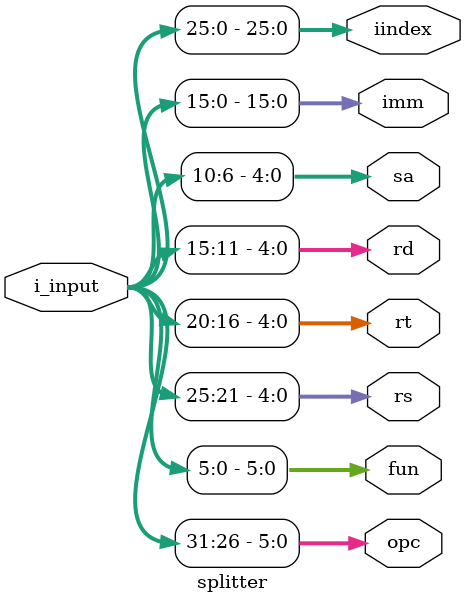
<source format=sv>
module splitter(
	input [31:0] i_input,
	output[5:0] opc, fun,
	output[4:0] rs, rt, rd, sa,
	output[15:0] imm,
	output[25:0] iindex
);

assign opc = i_input[31:26];
assign rs = i_input[25:21];
assign rt = i_input[20:16];
assign rd = i_input[15:11];
assign sa = i_input[10:6];
assign fun = i_input[5:0];

assign imm = i_input[15:0];
assign iindex = i_input[25:0];

endmodule
</source>
